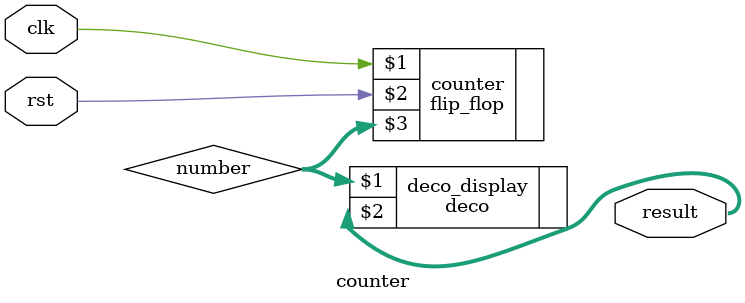
<source format=sv>
module counter #(parameter N=6)
(
  input logic clk,
  input logic rst,
  output logic [13:0] result
);

  logic [N-1:0] number;

  flip_flop counter(clk, rst, number);
  
  deco deco_display(number, result);

endmodule 
</source>
